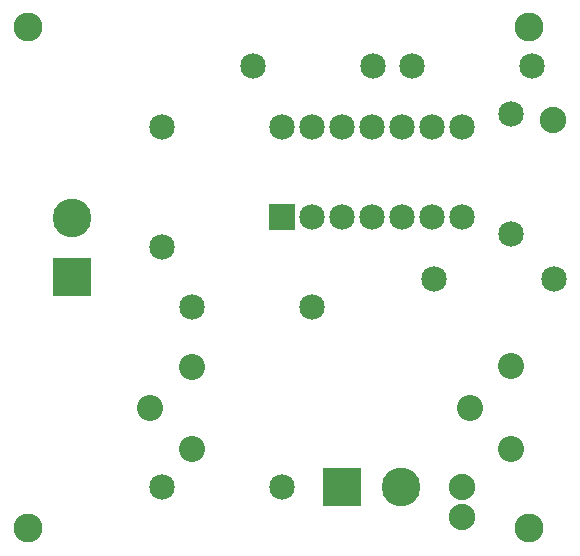
<source format=gts>
G04 MADE WITH FRITZING*
G04 WWW.FRITZING.ORG*
G04 DOUBLE SIDED*
G04 HOLES PLATED*
G04 CONTOUR ON CENTER OF CONTOUR VECTOR*
%ASAXBY*%
%FSLAX23Y23*%
%MOIN*%
%OFA0B0*%
%SFA1.0B1.0*%
%ADD10C,0.085000*%
%ADD11C,0.086772*%
%ADD12C,0.128740*%
%ADD13C,0.088000*%
%ADD14C,0.096614*%
%ADD15R,0.085000X0.085000*%
%ADD16R,0.128740X0.128740*%
%LNMASK1*%
G90*
G70*
G54D10*
X1035Y1235D03*
X1035Y1535D03*
X1135Y1235D03*
X1135Y1535D03*
X1235Y1235D03*
X1235Y1535D03*
X1335Y1235D03*
X1335Y1535D03*
X1435Y1235D03*
X1435Y1535D03*
X1535Y1235D03*
X1535Y1535D03*
X1635Y1235D03*
X1635Y1535D03*
G54D11*
X735Y460D03*
X735Y735D03*
X598Y597D03*
X1801Y461D03*
X1801Y737D03*
X1663Y599D03*
G54D10*
X1471Y1737D03*
X1871Y1737D03*
X1035Y335D03*
X635Y335D03*
X1801Y1177D03*
X1801Y1577D03*
X1543Y1029D03*
X1943Y1029D03*
X635Y1135D03*
X635Y1535D03*
X941Y1737D03*
X1341Y1737D03*
X735Y935D03*
X1135Y935D03*
G54D12*
X1235Y335D03*
X1432Y335D03*
X335Y1035D03*
X335Y1232D03*
G54D13*
X1941Y1557D03*
X1635Y335D03*
X1635Y235D03*
G54D14*
X191Y1867D03*
X1861Y1867D03*
X1861Y197D03*
X191Y197D03*
G54D15*
X1035Y1235D03*
G54D16*
X1235Y335D03*
X335Y1035D03*
G04 End of Mask1*
M02*
</source>
